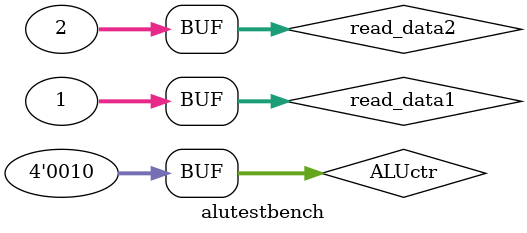
<source format=v>
/*Alu modulunun calisip calismadigi test edildi*/

module alutestbench();
	
	reg [31:0] read_data1;
	reg [31:0] read_data2;
	wire [31:0] ALUResult;
	wire Zero;
	reg [3:0]ALUctr;

	ALU myAlu(Z1,ALUResult,A,B,ALUctr);
	
initial begin

	read_data1 = 32'b00000000000000000000000000000001; 
	read_data2 = 32'b00000000000000000000000000000010; ALUctr= 3'b0010;
	#20;
	
end
 
initial
begin

$monitor("time = %2d, A =%32b, B=%32b, ALUResultres=%32b, Z= %1b, ALUctr=%3b", $time, A, B, ALUResult,Zero,ALUctr);

end
 


endmodule

</source>
